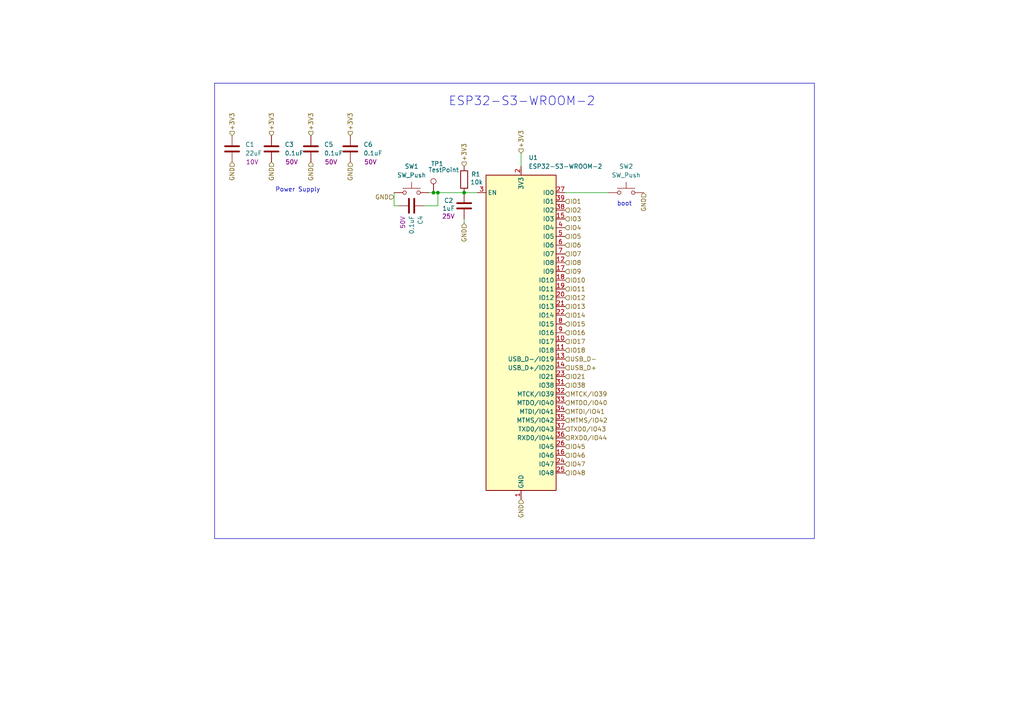
<source format=kicad_sch>
(kicad_sch (version 20250114) (generator "eeschema") (generator_version "9.0")
  (paper "A4")
  (lib_symbols
    (symbol "Connector:TestPoint" (pin_numbers (hide yes)) (pin_names (offset 0.762) (hide yes))
      (property "Reference" "TP" (at 0 6.858 0))
      (property "Value" "TestPoint" (at 0 5.08 0))
      (symbol "TestPoint_0_1"
        (circle (center 0 3.302) (radius 0.762))
      )
      (symbol "TestPoint_1_1"
        (pin passive line (at 0 0 90) (length 2.54) (name "1") (number "1"))
      )
    )
    (symbol "Library:C" (pin_numbers (hide yes)) (pin_names (offset 0.254))
      (property "Reference" "C" (at 0.635 2.54 0))
      (property "Value" "C" (at 0.635 -2.54 0))
      (symbol "C_0_1"
        (polyline (pts (xy -2.032 0.762) (xy 2.032 0.762)) (stroke (width 0.508)))
        (polyline (pts (xy -2.032 -0.762) (xy 2.032 -0.762)) (stroke (width 0.508)))
      )
      (symbol "C_1_1"
        (pin passive line (at 0 3.81 270) (length 2.794) (name "~") (number "1"))
        (pin passive line (at 0 -3.81 90) (length 2.794) (name "~") (number "2"))
      )
    )
    (symbol "Library:R" (pin_numbers (hide yes)) (pin_names (offset 0))
      (property "Reference" "R" (at 2.032 0 90))
      (property "Value" "R" (at 0 0 90))
      (symbol "R_0_1"
        (rectangle (start -1.016 -2.54) (end 1.016 2.54) (stroke (width 0.254)))
      )
      (symbol "R_1_1"
        (pin passive line (at 0 3.81 270) (length 1.27) (name "~") (number "1"))
        (pin passive line (at 0 -3.81 90) (length 1.27) (name "~") (number "2"))
      )
    )
    (symbol "RF_Module:ESP32-S3-WROOM-2"
      (property "Reference" "U" (at -10.16 45.72 0))
      (property "Value" "ESP32-S3-WROOM-2" (at 2.54 45.72 0))
      (symbol "ESP32-S3-WROOM-2_0_1"
        (rectangle (start -10.16 45.72) (end 10.16 -45.72) (stroke (width 0.254)) (fill (type background)))
      )
      (symbol "ESP32-S3-WROOM-2_1_1"
        (pin input line (at -12.7 40.64 0) (length 2.54) (name "EN") (number "3"))
        (pin no_connect line (at -10.16 -35.56 0) (length 2.54) (hide yes) (name "NC") (number "28"))
        (pin no_connect line (at -10.16 -38.1 0) (length 2.54) (hide yes) (name "NC") (number "29"))
        (pin no_connect line (at -10.16 -40.64 0) (length 2.54) (hide yes) (name "NC") (number "30"))
        (pin power_in line (at 0 48.26 270) (length 2.54) (name "3V3") (number "2"))
        (pin power_in line (at 0 -48.26 90) (length 2.54) (name "GND") (number "1"))
        (pin passive line (at 0 -48.26 90) (length 2.54) (hide yes) (name "GND") (number "40"))
        (pin passive line (at 0 -48.26 90) (length 2.54) (hide yes) (name "GND") (number "41"))
        (pin bidirectional line (at 12.7 40.64 180) (length 2.54) (name "IO0") (number "27"))
        (pin bidirectional line (at 12.7 38.1 180) (length 2.54) (name "IO1") (number "39"))
        (pin bidirectional line (at 12.7 35.56 180) (length 2.54) (name "IO2") (number "38"))
        (pin bidirectional line (at 12.7 33.02 180) (length 2.54) (name "IO3") (number "15"))
        (pin bidirectional line (at 12.7 30.48 180) (length 2.54) (name "IO4") (number "4"))
        (pin bidirectional line (at 12.7 27.94 180) (length 2.54) (name "IO5") (number "5"))
        (pin bidirectional line (at 12.7 25.4 180) (length 2.54) (name "IO6") (number "6"))
        (pin bidirectional line (at 12.7 22.86 180) (length 2.54) (name "IO7") (number "7"))
        (pin bidirectional line (at 12.7 20.32 180) (length 2.54) (name "IO8") (number "12"))
        (pin bidirectional line (at 12.7 17.78 180) (length 2.54) (name "IO9") (number "17"))
        (pin bidirectional line (at 12.7 15.24 180) (length 2.54) (name "IO10") (number "18"))
        (pin bidirectional line (at 12.7 12.7 180) (length 2.54) (name "IO11") (number "19"))
        (pin bidirectional line (at 12.7 10.16 180) (length 2.54) (name "IO12") (number "20"))
        (pin bidirectional line (at 12.7 7.62 180) (length 2.54) (name "IO13") (number "21"))
        (pin bidirectional line (at 12.7 5.08 180) (length 2.54) (name "IO14") (number "22"))
        (pin bidirectional line (at 12.7 2.54 180) (length 2.54) (name "IO15") (number "8"))
        (pin bidirectional line (at 12.7 0 180) (length 2.54) (name "IO16") (number "9"))
        (pin bidirectional line (at 12.7 -2.54 180) (length 2.54) (name "IO17") (number "10"))
        (pin bidirectional line (at 12.7 -5.08 180) (length 2.54) (name "IO18") (number "11"))
        (pin bidirectional line (at 12.7 -7.62 180) (length 2.54) (name "USB_D-/IO19") (number "13"))
        (pin bidirectional line (at 12.7 -10.16 180) (length 2.54) (name "USB_D+/IO20") (number "14"))
        (pin bidirectional line (at 12.7 -12.7 180) (length 2.54) (name "IO21") (number "23"))
        (pin bidirectional line (at 12.7 -15.24 180) (length 2.54) (name "IO38") (number "31"))
        (pin bidirectional line (at 12.7 -17.78 180) (length 2.54) (name "MTCK/IO39") (number "32"))
        (pin bidirectional line (at 12.7 -20.32 180) (length 2.54) (name "MTDO/IO40") (number "33"))
        (pin bidirectional line (at 12.7 -22.86 180) (length 2.54) (name "MTDI/IO41") (number "34"))
        (pin bidirectional line (at 12.7 -25.4 180) (length 2.54) (name "MTMS/IO42") (number "35"))
        (pin bidirectional line (at 12.7 -27.94 180) (length 2.54) (name "TXD0/IO43") (number "37"))
        (pin bidirectional line (at 12.7 -30.48 180) (length 2.54) (name "RXD0/IO44") (number "36"))
        (pin bidirectional line (at 12.7 -33.02 180) (length 2.54) (name "IO45") (number "26"))
        (pin bidirectional line (at 12.7 -35.56 180) (length 2.54) (name "IO46") (number "16"))
        (pin bidirectional line (at 12.7 -38.1 180) (length 2.54) (name "IO47") (number "24"))
        (pin bidirectional line (at 12.7 -40.64 180) (length 2.54) (name "IO48") (number "25"))
      )
    )
    (symbol "Switch:SW_Push" (pin_numbers (hide yes)) (pin_names (offset 1.016) (hide yes))
      (property "Reference" "SW" (at 1.27 2.54 0))
      (property "Value" "SW_Push" (at 0 -1.524 0))
      (symbol "SW_Push_0_1"
        (circle (center -2.032 0) (radius 0.508))
        (polyline (pts (xy 0 1.27) (xy 0 3.048)))
        (circle (center 2.032 0) (radius 0.508))
        (polyline (pts (xy 2.54 1.27) (xy -2.54 1.27)))
        (pin passive line (at -5.08 0 0) (length 2.54) (name "1") (number "1"))
        (pin passive line (at 5.08 0 180) (length 2.54) (name "2") (number "2"))
      )
    )
  )
  (rectangle (start 62.23 24.13) (end 236.22 156.21))
  (text "ESP32-S3-WROOM-2\n" (at 151.384 29.464 0) (effects (font (size 2.54 2.54))))
  (text "boot\n" (at 181.102 59.182 0) (effects (font (size 1.27 1.27))))
  (text "Power Supply\n" (at 86.36 55.118 0) (effects (font (size 1.27 1.27))))
  (junction (at 134.62 55.88))
  (junction (at 125.73 55.88))
  (junction (at 127 55.88))
  (wire (pts (xy 125.73 55.88) (xy 127 55.88)))
  (wire (pts (xy 114.3 59.69) (xy 114.3 55.88)))
  (wire (pts (xy 134.62 63.5) (xy 134.62 64.77)))
  (wire (pts (xy 127 55.88) (xy 134.62 55.88)))
  (wire (pts (xy 127 59.69) (xy 127 55.88)))
  (wire (pts (xy 163.83 55.88) (xy 176.53 55.88)))
  (wire (pts (xy 151.13 44.45) (xy 151.13 48.26)))
  (wire (pts (xy 115.57 59.69) (xy 114.3 59.69)))
  (wire (pts (xy 124.46 55.88) (xy 125.73 55.88)))
  (wire (pts (xy 134.62 55.88) (xy 138.43 55.88)))
  (wire (pts (xy 123.19 59.69) (xy 127 59.69)))
  (hierarchical_label "IO46" (shape input) (at 163.83 132.08 0))
  (hierarchical_label "+3V3" (shape input) (at 78.74 39.37 90))
  (hierarchical_label "IO5" (shape input) (at 163.83 68.58 0))
  (hierarchical_label "IO45" (shape input) (at 163.83 129.54 0))
  (hierarchical_label "IO48" (shape input) (at 163.83 137.16 0))
  (hierarchical_label "GND" (shape input) (at 78.74 46.99 270))
  (hierarchical_label "USB_D+" (shape input) (at 163.83 106.68 0))
  (hierarchical_label "IO9" (shape input) (at 163.83 78.74 0))
  (hierarchical_label "IO18" (shape input) (at 163.83 101.6 0))
  (hierarchical_label "+3V3" (shape input) (at 151.13 44.45 90))
  (hierarchical_label "IO38" (shape input) (at 163.83 111.76 0))
  (hierarchical_label "IO6" (shape input) (at 163.83 71.12 0))
  (hierarchical_label "MTMS{slash}IO42" (shape input) (at 163.83 121.92 0))
  (hierarchical_label "IO17" (shape input) (at 163.83 99.06 0))
  (hierarchical_label "+3V3" (shape input) (at 67.31 39.37 90))
  (hierarchical_label "GND" (shape input) (at 151.13 144.78 270))
  (hierarchical_label "IO11" (shape input) (at 163.83 83.82 0))
  (hierarchical_label "GND" (shape input) (at 114.3 57.15 180))
  (hierarchical_label "GND" (shape input) (at 186.69 55.88 270))
  (hierarchical_label "IO1" (shape input) (at 163.83 58.42 0))
  (hierarchical_label "IO13" (shape input) (at 163.83 88.9 0))
  (hierarchical_label "+3V3" (shape input) (at 90.17 39.37 90))
  (hierarchical_label "MTCK{slash}IO39" (shape input) (at 163.83 114.3 0))
  (hierarchical_label "IO4" (shape input) (at 163.83 66.04 0))
  (hierarchical_label "IO47" (shape input) (at 163.83 134.62 0))
  (hierarchical_label "IO16" (shape input) (at 163.83 96.52 0))
  (hierarchical_label "IO7" (shape input) (at 163.83 73.66 0))
  (hierarchical_label "IO14" (shape input) (at 163.83 91.44 0))
  (hierarchical_label "IO3" (shape input) (at 163.83 63.5 0))
  (hierarchical_label "MTDO{slash}IO40" (shape input) (at 163.83 116.84 0))
  (hierarchical_label "IO15" (shape input) (at 163.83 93.98 0))
  (hierarchical_label "GND" (shape input) (at 67.31 46.99 270))
  (hierarchical_label "MTDI{slash}IO41" (shape input) (at 163.83 119.38 0))
  (hierarchical_label "IO21" (shape input) (at 163.83 109.22 0))
  (hierarchical_label "GND" (shape input) (at 90.17 46.99 270))
  (hierarchical_label "IO2" (shape input) (at 163.83 60.96 0))
  (hierarchical_label "GND" (shape input) (at 101.6 46.99 270))
  (hierarchical_label "RXD0{slash}IO44" (shape input) (at 163.83 127 0))
  (hierarchical_label "+3V3" (shape input) (at 101.6 39.37 90))
  (hierarchical_label "+3V3" (shape input) (at 134.62 48.26 90))
  (hierarchical_label "IO10" (shape input) (at 163.83 81.28 0))
  (hierarchical_label "TXD0{slash}IO43" (shape input) (at 163.83 124.46 0))
  (hierarchical_label "IO12" (shape input) (at 163.83 86.36 0))
  (hierarchical_label "IO8" (shape input) (at 163.83 76.2 0))
  (hierarchical_label "USB_D-" (shape input) (at 163.83 104.14 0))
  (hierarchical_label "GND" (shape input) (at 134.62 64.77 270))
  (symbol (lib_id "Library:C") (at 119.38 59.69 270) (unit 1)
    (property "Reference" "C4" (at 121.92 62.484 0) (effects (justify left)))
    (property "Value" "0.1uF" (at 119.38 62.484 0) (effects (justify left)))
    (property "Footprint" "Capacitor_SMD:C_0603_1608Metric" (effects (hide yes)))
    (property "Description" "Unpolarized capacitor" (effects (hide yes)))
    (property "package" "0603" (effects (hide yes)))
    (property "LCSC_part#" "C14663" (effects (hide yes)))
    (property "MPN" "CC0603KRX7R9BB104" (effects (hide yes)))
    (property "Voltage" "50V" (at 116.8399 64.516 0))
  )
  (symbol (lib_id "Connector:TestPoint") (at 125.73 55.88 0) (unit 1)
    (property "Reference" "TP1" (at 124.968 47.498 0) (effects (justify left)))
    (property "Value" "TestPoint" (at 124.206 49.276 0) (effects (justify left)))
    (property "Footprint" "TestPoint:TestPoint_Pad_D1.5mm" (effects (hide yes)))
    (property "Description" "test point" (effects (hide yes)))
  )
  (symbol (lib_id "Library:C") (at 67.31 43.18 0) (unit 1)
    (property "Reference" "C1" (at 71.12 41.9099 0) (effects (justify left)))
    (property "Value" "22uF" (at 71.12 44.4499 0) (effects (justify left)))
    (property "Footprint" "Capacitor_SMD:C_0603_1608Metric" (effects (hide yes)))
    (property "Description" "Unpolarized capacitor" (effects (hide yes)))
    (property "package" "0603" (effects (hide yes)))
    (property "LCSC_part#" "C109447" (effects (hide yes)))
    (property "MPN" "CC0603MRX5R6BB226" (effects (hide yes)))
    (property "Voltage" "10V" (at 73.152 46.99 0))
  )
  (symbol (lib_id "Library:C") (at 101.6 43.18 0) (unit 1)
    (property "Reference" "C6" (at 105.41 41.9099 0) (effects (justify left)))
    (property "Value" "0.1uF" (at 105.41 44.4499 0) (effects (justify left)))
    (property "Footprint" "Capacitor_SMD:C_0603_1608Metric" (effects (hide yes)))
    (property "Description" "Unpolarized capacitor" (effects (hide yes)))
    (property "package" "0603" (effects (hide yes)))
    (property "LCSC_part#" "C14663" (effects (hide yes)))
    (property "MPN" "CC0603KRX7R9BB104" (effects (hide yes)))
    (property "Voltage" "50V" (at 107.442 46.99 0))
  )
  (symbol (lib_id "Library:C") (at 90.17 43.18 0) (unit 1)
    (property "Reference" "C5" (at 93.98 41.9099 0) (effects (justify left)))
    (property "Value" "0.1uF" (at 93.98 44.4499 0) (effects (justify left)))
    (property "Footprint" "Capacitor_SMD:C_0603_1608Metric" (effects (hide yes)))
    (property "Description" "Unpolarized capacitor" (effects (hide yes)))
    (property "package" "0603" (effects (hide yes)))
    (property "LCSC_part#" "C14663" (effects (hide yes)))
    (property "MPN" "CC0603KRX7R9BB104" (effects (hide yes)))
    (property "Voltage" "50V" (at 96.012 46.99 0))
  )
  (symbol (lib_id "Library:R") (at 134.62 52.07 0) (unit 1)
    (property "Reference" "R1" (at 136.652 50.546 0) (effects (justify left)))
    (property "Value" "10k" (at 136.398 52.832 0) (effects (justify left)))
    (property "Footprint" "Resistor_SMD:R_0603_1608Metric" (effects (hide yes)))
    (property "Description" "Resistor" (effects (hide yes)))
    (property "package" "0603" (effects (hide yes)))
    (property "LCSC_part#" "C25804" (effects (hide yes)))
    (property "MPN" "0603WAF1002T5E" (effects (hide yes)))
  )
  (symbol (lib_id "RF_Module:ESP32-S3-WROOM-2") (at 151.13 96.52 0) (unit 1)
    (property "Reference" "U1" (at 153.2733 45.72 0) (effects (justify left)))
    (property "Value" "ESP32-S3-WROOM-2" (at 153.2733 48.26 0) (effects (justify left)))
    (property "Footprint" "RF_Module:ESP32-S3-WROOM-2" (effects (hide yes)))
    (property "Datasheet" "https://www.espressif.com/sites/default/files/documentation/esp32-s3-wroom-2_datasheet_en.pdf" (effects (hide yes)))
    (property "Description" "RF Module, 2.4 GHz, Wi­-Fi, Bluetooth, BLE, ESP32­-S3R8V" (effects (hide yes)))
  )
  (symbol (lib_id "Switch:SW_Push") (at 181.61 55.88 0) (unit 1)
    (property "Reference" "SW2" (at 181.61 48.26 0))
    (property "Value" "SW_Push" (at 181.61 50.8 0))
    (property "Footprint" "Button_Switch_SMD:SW_Push_SPST_NO_Alps_SKRK" (effects (hide yes)))
    (property "Description" "Push button switch, generic, two pins" (effects (hide yes)))
    (property "LCSC_part#" "C455280" (effects (hide yes)))
    (property "MPN" "TS-1088R-02026" (effects (hide yes)))
  )
  (symbol (lib_id "Library:C") (at 134.62 59.69 0) (unit 1)
    (property "Reference" "C2" (at 128.778 58.166 0) (effects (justify left)))
    (property "Value" "1uF" (at 128.27 60.452 0) (effects (justify left)))
    (property "Footprint" "Capacitor_SMD:C_0603_1608Metric" (effects (hide yes)))
    (property "Description" "Unpolarized capacitor" (effects (hide yes)))
    (property "package" "0603" (effects (hide yes)))
    (property "LCSC_part#" "C106858" (effects (hide yes)))
    (property "MPN" "CC0603KRX7R8BB105" (effects (hide yes)))
    (property "Voltage" "25V" (at 130.048 62.738 0))
  )
  (symbol (lib_id "Library:C") (at 78.74 43.18 0) (unit 1)
    (property "Reference" "C3" (at 82.55 41.9099 0) (effects (justify left)))
    (property "Value" "0.1uF" (at 82.55 44.4499 0) (effects (justify left)))
    (property "Footprint" "Capacitor_SMD:C_0603_1608Metric" (effects (hide yes)))
    (property "Description" "Unpolarized capacitor" (effects (hide yes)))
    (property "package" "0603" (effects (hide yes)))
    (property "LCSC_part#" "C14663" (effects (hide yes)))
    (property "MPN" "CC0603KRX7R9BB104" (effects (hide yes)))
    (property "Voltage" "50V" (at 84.582 46.99 0))
  )
  (symbol (lib_id "Switch:SW_Push") (at 119.38 55.88 0) (unit 1)
    (property "Reference" "SW1" (at 119.38 48.26 0))
    (property "Value" "SW_Push" (at 119.38 50.8 0))
    (property "Footprint" "Button_Switch_SMD:SW_Push_SPST_NO_Alps_SKRK" (effects (hide yes)))
    (property "Description" "Push button switch, generic, two pins" (effects (hide yes)))
    (property "LCSC_part#" "C455280" (effects (hide yes)))
    (property "MPN" "TS-1088R-02026" (effects (hide yes)))
  )
)
</source>
